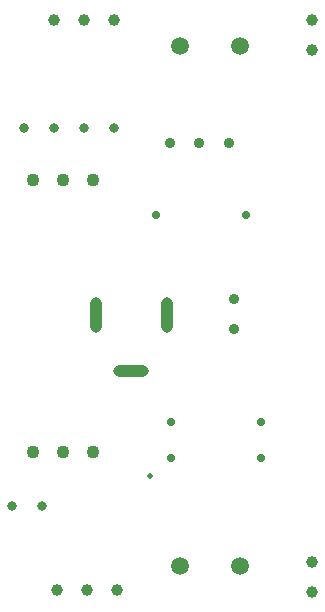
<source format=gbr>
%TF.GenerationSoftware,KiCad,Pcbnew,(5.99.0-11170-gbcb5618315)*%
%TF.CreationDate,2021-07-13T11:01:09+10:00*%
%TF.ProjectId,Breadboard Power Supply,42726561-6462-46f6-9172-6420506f7765,rev?*%
%TF.SameCoordinates,Original*%
%TF.FileFunction,Plated,1,2,PTH,Mixed*%
%TF.FilePolarity,Positive*%
%FSLAX46Y46*%
G04 Gerber Fmt 4.6, Leading zero omitted, Abs format (unit mm)*
G04 Created by KiCad (PCBNEW (5.99.0-11170-gbcb5618315)) date 2021-07-13 11:01:09*
%MOMM*%
%LPD*%
G01*
G04 APERTURE LIST*
%TA.AperFunction,ViaDrill*%
%ADD10C,0.500000*%
%TD*%
%TA.AperFunction,ComponentDrill*%
%ADD11C,0.700000*%
%TD*%
%TA.AperFunction,ComponentDrill*%
%ADD12C,0.800000*%
%TD*%
%TA.AperFunction,ComponentDrill*%
%ADD13C,0.900000*%
%TD*%
%TA.AperFunction,ComponentDrill*%
%ADD14C,1.000000*%
%TD*%
G04 aperture for slot hole*
%TA.AperFunction,ComponentDrill*%
%ADD15O,1.000000X3.000000*%
%TD*%
G04 aperture for slot hole*
%TA.AperFunction,ComponentDrill*%
%ADD16O,3.000000X1.000000*%
%TD*%
%TA.AperFunction,ComponentDrill*%
%ADD17C,1.100000*%
%TD*%
%TA.AperFunction,ComponentDrill*%
%ADD18C,1.520000*%
%TD*%
G04 APERTURE END LIST*
D10*
X107188000Y-104902000D03*
D11*
%TO.C,R1*%
X107696000Y-82804000D03*
%TO.C,R3*%
X108948000Y-100330000D03*
%TO.C,R2*%
X108948000Y-103378000D03*
%TO.C,R1*%
X115316000Y-82804000D03*
%TO.C,R3*%
X116568000Y-100330000D03*
%TO.C,R2*%
X116568000Y-103378000D03*
D12*
%TO.C,C2*%
X95544000Y-107442000D03*
%TO.C,C3*%
X96540000Y-75438000D03*
%TO.C,C2*%
X98044000Y-107442000D03*
%TO.C,C3*%
X99040000Y-75438000D03*
%TO.C,C1*%
X101620000Y-75438000D03*
X104120000Y-75438000D03*
D13*
%TO.C,S1*%
X108848000Y-76708000D03*
X111348000Y-76708000D03*
X113848000Y-76708000D03*
%TO.C,D1*%
X114268000Y-89921000D03*
X114268000Y-92461000D03*
D14*
%TO.C,J3*%
X99075000Y-66294000D03*
%TO.C,J7*%
X99314000Y-114554000D03*
%TO.C,J3*%
X101615000Y-66294000D03*
%TO.C,J7*%
X101854000Y-114554000D03*
D15*
%TO.C,J1*%
X102616000Y-91244500D03*
D14*
%TO.C,J3*%
X104155000Y-66294000D03*
%TO.C,J7*%
X104394000Y-114554000D03*
D16*
%TO.C,J1*%
X105616000Y-95944500D03*
D15*
X108616000Y-91244500D03*
D14*
%TO.C,J6*%
X120904000Y-66294000D03*
X120904000Y-68834000D03*
%TO.C,J4*%
X120904000Y-112115600D03*
X120904000Y-114655600D03*
D17*
%TO.C,U2*%
X97282000Y-79827000D03*
%TO.C,U1*%
X97282000Y-102870000D03*
%TO.C,U2*%
X99822000Y-79827000D03*
%TO.C,U1*%
X99822000Y-102870000D03*
%TO.C,U2*%
X102362000Y-79827000D03*
%TO.C,U1*%
X102362000Y-102870000D03*
D18*
%TO.C,J2*%
X109728000Y-68494000D03*
%TO.C,J5*%
X109728000Y-112465600D03*
%TO.C,J2*%
X114808000Y-68494000D03*
%TO.C,J5*%
X114808000Y-112465600D03*
M02*

</source>
